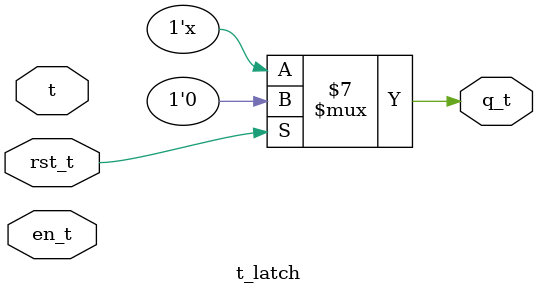
<source format=v>

module t_latch(input en_t,rst_t,t, output reg q_t);
always @(en_t or rst_t or t)
begin 
if (rst_t)begin 
q_t <= 1'b0;
end
else if(en_t && t) begin
q_t <= ~q_t;
end
end
endmodule

</source>
